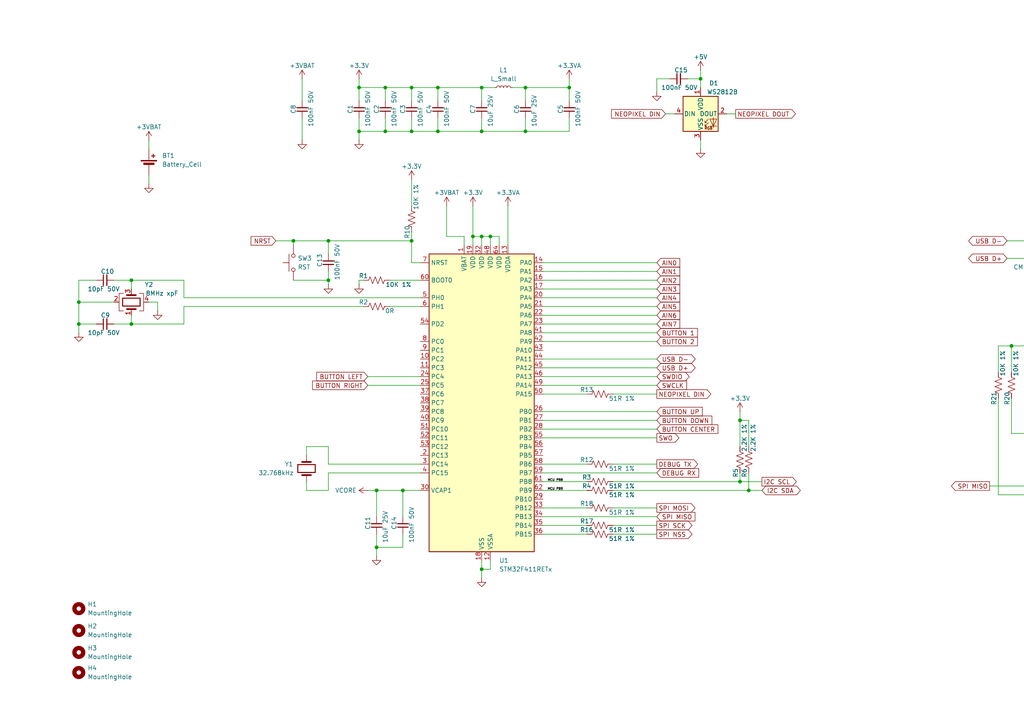
<source format=kicad_sch>
(kicad_sch (version 20231120) (generator "eeschema") (generator_version "8.0")
  (paper "A4")
  (title_block (title "STM32 EXPLORER BOARD") (date "2024-04-26") (rev "00") (company "Mechatronix Lab") (comment 1 "Eng. André A. M. Araújo"))
  (junction (at 111.76 25.4))
  (junction (at 214.63 139.7))
  (junction (at 127 38.1))
  (junction (at 293.37 100.33))
  (junction (at 119.38 38.1))
  (junction (at 119.38 69.85))
  (junction (at 321.31 114.3))
  (junction (at 340.36 72.39))
  (junction (at 22.86 93.98))
  (junction (at 203.2 22.86))
  (junction (at 95.25 69.85))
  (junction (at 95.25 81.28))
  (junction (at 139.7 165.1))
  (junction (at 22.86 295.91))
  (junction (at 139.7 68.58))
  (junction (at 152.4 25.4))
  (junction (at 104.14 38.1))
  (junction (at 85.09 69.85))
  (junction (at 139.7 25.4))
  (junction (at 152.4 38.1))
  (junction (at 138.43 233.68))
  (junction (at 111.76 38.1))
  (junction (at 353.06 71.12))
  (junction (at 353.06 73.66))
  (junction (at 119.38 25.4))
  (junction (at 38.1 81.28))
  (junction (at 109.22 158.75))
  (junction (at 321.31 107.95))
  (junction (at 214.63 121.92))
  (junction (at 165.1 25.4))
  (junction (at 109.22 142.24))
  (junction (at 142.24 68.58))
  (junction (at 33.02 285.75))
  (junction (at 302.26 114.3))
  (junction (at 161.29 233.68))
  (junction (at 127 25.4))
  (junction (at 321.31 100.33))
  (junction (at 137.16 68.58))
  (junction (at 22.86 87.63))
  (junction (at 217.17 142.24))
  (junction (at 320.04 50.8))
  (junction (at 139.7 38.1))
  (junction (at 38.1 93.98))
  (junction (at 104.14 25.4))
  (junction (at 116.84 142.24))
  (wire (pts (xy 353.06 68.58) (xy 353.06 71.12)))
  (wire (pts (xy 139.7 68.58) (xy 139.7 71.12)))
  (wire (pts (xy 279.4 245.11) (xy 279.4 243.84)))
  (wire (pts (xy 104.14 34.29) (xy 104.14 38.1)))
  (wire (pts (xy 139.7 165.1) (xy 142.24 165.1)))
  (wire (pts (xy 138.43 233.68) (xy 140.97 233.68)))
  (wire (pts (xy 190.5 154.94) (xy 177.8 154.94)))
  (wire (pts (xy 217.17 142.24) (xy 220.98 142.24)))
  (wire (pts (xy 199.39 22.86) (xy 203.2 22.86)))
  (wire (pts (xy 95.25 137.16) (xy 121.92 137.16)))
  (wire (pts (xy 109.22 142.24) (xy 116.84 142.24)))
  (wire (pts (xy -2.54 250.19) (xy -16.51 250.19)))
  (wire (pts (xy 116.84 142.24) (xy 121.92 142.24)))
  (wire (pts (xy 190.5 86.36) (xy 157.48 86.36)))
  (wire (pts (xy 45.72 87.63) (xy 45.72 90.17)))
  (wire (pts (xy 321.31 114.3) (xy 321.31 107.95)))
  (wire (pts (xy 104.14 82.55) (xy 104.14 81.28)))
  (wire (pts (xy -2.54 247.65) (xy -16.51 247.65)))
  (wire (pts (xy 88.9 139.7) (xy 88.9 142.24)))
  (wire (pts (xy 138.43 231.14) (xy 138.43 233.68)))
  (wire (pts (xy 332.74 55.88) (xy 342.9 55.88)))
  (wire (pts (xy 161.29 246.38) (xy 161.29 248.92)))
  (wire (pts (xy -2.54 255.27) (xy -16.51 255.27)))
  (wire (pts (xy 139.7 34.29) (xy 139.7 38.1)))
  (wire (pts (xy 317.5 85.09) (xy 327.66 85.09)))
  (wire (pts (xy 116.84 154.94) (xy 116.84 158.75)))
  (wire (pts (xy 293.37 259.08) (xy 317.5 259.08)))
  (wire (pts (xy 142.24 162.56) (xy 142.24 165.1)))
  (wire (pts (xy 139.7 68.58) (xy 142.24 68.58)))
  (wire (pts (xy 190.5 88.9) (xy 157.48 88.9)))
  (wire (pts (xy 355.6 68.58) (xy 353.06 68.58)))
  (wire (pts (xy 342.9 85.09) (xy 342.9 73.66)))
  (wire (pts (xy 38.1 93.98) (xy 53.34 93.98)))
  (wire (pts (xy 157.48 139.7) (xy 170.18 139.7)))
  (wire (pts (xy 342.9 71.12) (xy 353.06 71.12)))
  (wire (pts (xy 190.5 91.44) (xy 157.48 91.44)))
  (wire (pts (xy 129.54 68.58) (xy 134.62 68.58)))
  (wire (pts (xy 38.1 93.98) (xy 38.1 91.44)))
  (wire (pts (xy 152.4 38.1) (xy 165.1 38.1)))
  (wire (pts (xy 22.86 93.98) (xy 22.86 96.52)))
  (wire (pts (xy 119.38 52.07) (xy 119.38 59.69)))
  (wire (pts (xy 109.22 142.24) (xy 109.22 149.86)))
  (wire (pts (xy 307.34 254) (xy 317.5 254)))
  (wire (pts (xy 165.1 25.4) (xy 165.1 29.21)))
  (wire (pts (xy 22.86 93.98) (xy 27.94 93.98)))
  (wire (pts (xy 104.14 25.4) (xy 111.76 25.4)))
  (wire (pts (xy 22.86 295.91) (xy 33.02 295.91)))
  (wire (pts (xy 113.03 81.28) (xy 121.92 81.28)))
  (wire (pts (xy 119.38 38.1) (xy 127 38.1)))
  (wire (pts (xy 127 34.29) (xy 127 38.1)))
  (wire (pts (xy 203.2 22.86) (xy 203.2 25.4)))
  (wire (pts (xy 355.6 55.88) (xy 353.06 55.88)))
  (wire (pts (xy 116.84 142.24) (xy 116.84 149.86)))
  (wire (pts (xy 293.37 107.95) (xy 293.37 100.33)))
  (wire (pts (xy 279.4 238.76) (xy 279.4 241.3)))
  (wire (pts (xy 127 38.1) (xy 139.7 38.1)))
  (wire (pts (xy 353.06 53.34) (xy 353.06 55.88)))
  (wire (pts (xy 190.5 147.32) (xy 177.8 147.32)))
  (wire (pts (xy 138.43 233.68) (xy 138.43 236.22)))
  (wire (pts (xy 307.34 246.38) (xy 317.5 246.38)))
  (wire (pts (xy 214.63 139.7) (xy 220.98 139.7)))
  (wire (pts (xy 317.5 114.3) (xy 321.31 114.3)))
  (wire (pts (xy 113.03 88.9) (xy 121.92 88.9)))
  (wire (pts (xy 340.36 50.8) (xy 340.36 72.39)))
  (wire (pts (xy 302.26 114.3) (xy 312.42 114.3)))
  (wire (pts (xy 353.06 71.12) (xy 355.6 71.12)))
  (wire (pts (xy 53.34 86.36) (xy 121.92 86.36)))
  (wire (pts (xy 33.02 93.98) (xy 38.1 93.98)))
  (wire (pts (xy 87.63 22.86) (xy 87.63 29.21)))
  (wire (pts (xy 157.48 104.14) (xy 190.5 104.14)))
  (wire (pts (xy 106.68 109.22) (xy 121.92 109.22)))
  (wire (pts (xy 321.31 138.43) (xy 321.31 149.86)))
  (wire (pts (xy 152.4 29.21) (xy 152.4 25.4)))
  (wire (pts (xy 214.63 121.92) (xy 217.17 121.92)))
  (wire (pts (xy 111.76 34.29) (xy 111.76 38.1)))
  (wire (pts (xy 289.56 115.57) (xy 289.56 143.51)))
  (wire (pts (xy 210.82 33.02) (xy 213.36 33.02)))
  (wire (pts (xy 157.48 99.06) (xy 190.5 99.06)))
  (wire (pts (xy 144.78 71.12) (xy 144.78 68.58)))
  (wire (pts (xy 106.68 111.76) (xy 121.92 111.76)))
  (wire (pts (xy 119.38 69.85) (xy 119.38 76.2)))
  (wire (pts (xy 129.54 59.69) (xy 129.54 68.58)))
  (wire (pts (xy 293.37 100.33) (xy 321.31 100.33)))
  (wire (pts (xy 121.92 76.2) (xy 119.38 76.2)))
  (wire (pts (xy 127 29.21) (xy 127 25.4)))
  (wire (pts (xy 342.9 73.66) (xy 353.06 73.66)))
  (wire (pts (xy 152.4 34.29) (xy 152.4 38.1)))
  (wire (pts (xy 321.31 107.95) (xy 321.31 100.33)))
  (wire (pts (xy 63.5 246.38) (xy 73.66 246.38)))
  (wire (pts (xy 22.86 295.91) (xy 22.86 298.45)))
  (wire (pts (xy 190.5 22.86) (xy 194.31 22.86)))
  (wire (pts (xy 22.86 293.37) (xy 22.86 295.91)))
  (wire (pts (xy 214.63 137.16) (xy 214.63 139.7)))
  (wire (pts (xy 85.09 81.28) (xy 95.25 81.28)))
  (wire (pts (xy 317.5 241.3) (xy 279.4 241.3)))
  (wire (pts (xy 139.7 38.1) (xy 152.4 38.1)))
  (wire (pts (xy 148.59 25.4) (xy 152.4 25.4)))
  (wire (pts (xy 332.74 62.23) (xy 332.74 55.88)))
  (wire (pts (xy 313.69 130.81) (xy 323.85 130.81)))
  (wire (pts (xy 43.18 50.8) (xy 43.18 53.34)))
  (wire (pts (xy 332.74 82.55) (xy 332.74 85.09)))
  (wire (pts (xy 119.38 34.29) (xy 119.38 38.1)))
  (wire (pts (xy 309.88 69.85) (xy 317.5 69.85)))
  (wire (pts (xy 157.48 137.16) (xy 190.5 137.16)))
  (wire (pts (xy 157.48 147.32) (xy 170.18 147.32)))
  (wire (pts (xy 53.34 254) (xy 53.34 256.54)))
  (wire (pts (xy 302.26 118.11) (xy 302.26 114.3)))
  (wire (pts (xy 157.48 134.62) (xy 170.18 134.62)))
  (wire (pts (xy 217.17 129.54) (xy 217.17 121.92)))
  (wire (pts (xy 320.04 46.99) (xy 320.04 50.8)))
  (wire (pts (xy 193.04 33.02) (xy 195.58 33.02)))
  (wire (pts (xy 320.04 50.8) (xy 327.66 50.8)))
  (wire (pts (xy 214.63 121.92) (xy 214.63 129.54)))
  (wire (pts (xy 321.31 133.35) (xy 321.31 114.3)))
  (wire (pts (xy 293.37 254) (xy 299.72 254)))
  (wire (pts (xy 340.36 72.39) (xy 340.36 80.01)))
  (wire (pts (xy 111.76 25.4) (xy 119.38 25.4)))
  (wire (pts (xy 320.04 50.8) (xy 320.04 72.39)))
  (wire (pts (xy 292.1 69.85) (xy 299.72 69.85)))
  (wire (pts (xy 157.48 142.24) (xy 170.18 142.24)))
  (wire (pts (xy 104.14 38.1) (xy 104.14 40.64)))
  (wire (pts (xy 95.25 142.24) (xy 95.25 137.16)))
  (wire (pts (xy 27.94 81.28) (xy 22.86 81.28)))
  (wire (pts (xy 119.38 25.4) (xy 127 25.4)))
  (wire (pts (xy 293.37 251.46) (xy 299.72 251.46)))
  (wire (pts (xy 217.17 137.16) (xy 217.17 142.24)))
  (wire (pts (xy 111.76 25.4) (xy 111.76 29.21)))
  (wire (pts (xy 95.25 78.74) (xy 95.25 81.28)))
  (wire (pts (xy 323.85 125.73) (xy 293.37 125.73)))
  (wire (pts (xy 147.32 59.69) (xy 147.32 71.12)))
  (wire (pts (xy 317.5 55.88) (xy 327.66 55.88)))
  (wire (pts (xy 161.29 231.14) (xy 161.29 233.68)))
  (wire (pts (xy 190.5 119.38) (xy 157.48 119.38)))
  (wire (pts (xy 134.62 68.58) (xy 134.62 71.12)))
  (wire (pts (xy 190.5 121.92) (xy 157.48 121.92)))
  (wire (pts (xy 38.1 81.28) (xy 38.1 83.82)))
  (wire (pts (xy 138.43 246.38) (xy 138.43 248.92)))
  (wire (pts (xy 190.5 26.67) (xy 190.5 22.86)))
  (wire (pts (xy 355.6 76.2) (xy 353.06 76.2)))
  (wire (pts (xy 22.86 81.28) (xy 22.86 87.63)))
  (wire (pts (xy 308.61 140.97) (xy 323.85 140.97)))
  (wire (pts (xy 157.48 111.76) (xy 190.5 111.76)))
  (wire (pts (xy 177.8 134.62) (xy 190.5 134.62)))
  (wire (pts (xy 327.66 82.55) (xy 327.66 85.09)))
  (wire (pts (xy 165.1 34.29) (xy 165.1 38.1)))
  (wire (pts (xy 43.18 87.63) (xy 45.72 87.63)))
  (wire (pts (xy 139.7 162.56) (xy 139.7 165.1)))
  (wire (pts (xy 177.8 114.3) (xy 190.5 114.3)))
  (wire (pts (xy 95.25 81.28) (xy 95.25 82.55)))
  (wire (pts (xy 104.14 38.1) (xy 111.76 38.1)))
  (wire (pts (xy 279.4 243.84) (xy 317.5 243.84)))
  (wire (pts (xy 157.48 127) (xy 190.5 127)))
  (wire (pts (xy 287.02 140.97) (xy 300.99 140.97)))
  (wire (pts (xy 95.25 69.85) (xy 119.38 69.85)))
  (wire (pts (xy 332.74 50.8) (xy 340.36 50.8)))
  (wire (pts (xy 190.5 78.74) (xy 157.48 78.74)))
  (wire (pts (xy 85.09 69.85) (xy 95.25 69.85)))
  (wire (pts (xy 292.1 74.93) (xy 299.72 74.93)))
  (wire (pts (xy 157.48 149.86) (xy 190.5 149.86)))
  (wire (pts (xy 157.48 154.94) (xy 170.18 154.94)))
  (wire (pts (xy 353.06 73.66) (xy 355.6 73.66)))
  (wire (pts (xy 293.37 125.73) (xy 293.37 115.57)))
  (wire (pts (xy 317.5 69.85) (xy 317.5 55.88)))
  (wire (pts (xy 190.5 124.46) (xy 157.48 124.46)))
  (wire (pts (xy 88.9 129.54) (xy 88.9 132.08)))
  (wire (pts (xy -2.54 257.81) (xy -16.51 257.81)))
  (wire (pts (xy 157.48 152.4) (xy 170.18 152.4)))
  (wire (pts (xy 332.74 85.09) (xy 342.9 85.09)))
  (wire (pts (xy 321.31 100.33) (xy 321.31 97.79)))
  (wire (pts (xy 109.22 158.75) (xy 116.84 158.75)))
  (wire (pts (xy 33.02 283.21) (xy 33.02 285.75)))
  (wire (pts (xy 190.5 152.4) (xy 177.8 152.4)))
  (wire (pts (xy 177.8 142.24) (xy 217.17 142.24)))
  (wire (pts (xy 161.29 215.9) (xy 161.29 223.52)))
  (wire (pts (xy 53.34 81.28) (xy 53.34 86.36)))
  (wire (pts (xy 33.02 285.75) (xy 33.02 288.29)))
  (wire (pts (xy 119.38 67.31) (xy 119.38 69.85)))
  (wire (pts (xy 104.14 81.28) (xy 105.41 81.28)))
  (wire (pts (xy 22.86 87.63) (xy 33.02 87.63)))
  (wire (pts (xy 190.5 81.28) (xy 157.48 81.28)))
  (wire (pts (xy 142.24 71.12) (xy 142.24 68.58)))
  (wire (pts (xy 33.02 293.37) (xy 33.02 295.91)))
  (wire (pts (xy 104.14 25.4) (xy 104.14 29.21)))
  (wire (pts (xy 119.38 25.4) (xy 119.38 29.21)))
  (wire (pts (xy 293.37 264.16) (xy 317.5 264.16)))
  (wire (pts (xy 302.26 114.3) (xy 302.26 107.95)))
  (wire (pts (xy 137.16 68.58) (xy 137.16 71.12)))
  (wire (pts (xy 370.84 93.98) (xy 370.84 96.52)))
  (wire (pts (xy 307.34 251.46) (xy 317.5 251.46)))
  (wire (pts (xy 137.16 59.69) (xy 137.16 68.58)))
  (wire (pts (xy 161.29 233.68) (xy 163.83 233.68)))
  (wire (pts (xy 302.26 107.95) (xy 306.07 107.95)))
  (wire (pts (xy 30.48 285.75) (xy 33.02 285.75)))
  (wire (pts (xy 289.56 107.95) (xy 289.56 100.33)))
  (wire (pts (xy 353.06 73.66) (xy 353.06 76.2)))
  (wire (pts (xy 22.86 87.63) (xy 22.86 93.98)))
  (wire (pts (xy 138.43 215.9) (xy 138.43 223.52)))
  (wire (pts (xy 293.37 256.54) (xy 317.5 256.54)))
  (wire (pts (xy 289.56 100.33) (xy 293.37 100.33)))
  (wire (pts (xy 63.5 243.84) (xy 73.66 243.84)))
  (wire (pts (xy 157.48 109.22) (xy 190.5 109.22)))
  (wire (pts (xy 139.7 25.4) (xy 143.51 25.4)))
  (wire (pts (xy 190.5 93.98) (xy 157.48 93.98)))
  (wire (pts (xy 142.24 68.58) (xy 144.78 68.58)))
  (wire (pts (xy 293.37 261.62) (xy 317.5 261.62)))
  (wire (pts (xy 307.34 248.92) (xy 317.5 248.92)))
  (wire (pts (xy 109.22 158.75) (xy 109.22 161.29)))
  (wire (pts (xy 88.9 129.54) (xy 95.25 129.54)))
  (wire (pts (xy 309.88 74.93) (xy 317.5 74.93)))
  (wire (pts (xy 165.1 25.4) (xy 165.1 22.86)))
  (wire (pts (xy -2.54 252.73) (xy -16.51 252.73)))
  (wire (pts (xy 323.85 133.35) (xy 321.31 133.35)))
  (wire (pts (xy 95.25 134.62) (xy 121.92 134.62)))
  (wire (pts (xy 327.66 55.88) (xy 327.66 62.23)))
  (wire (pts (xy 157.48 106.68) (xy 190.5 106.68)))
  (wire (pts (xy -2.54 242.57) (xy -16.51 242.57)))
  (wire (pts (xy 53.34 88.9) (xy 105.41 88.9)))
  (wire (pts (xy 203.2 40.64) (xy 203.2 43.18)))
  (wire (pts (xy 43.18 40.64) (xy 43.18 43.18)))
  (wire (pts (xy 109.22 154.94) (xy 109.22 158.75)))
  (wire (pts (xy 53.34 228.6) (xy 53.34 231.14)))
  (wire (pts (xy 293.37 248.92) (xy 299.72 248.92)))
  (wire (pts (xy 127 25.4) (xy 139.7 25.4)))
  (wire (pts (xy 95.25 69.85) (xy 95.25 73.66)))
  (wire (pts (xy 152.4 25.4) (xy 165.1 25.4)))
  (wire (pts (xy 323.85 138.43) (xy 321.31 138.43)))
  (wire (pts (xy 95.25 129.54) (xy 95.25 134.62)))
  (wire (pts (xy 111.76 38.1) (xy 119.38 38.1)))
  (wire (pts (xy 80.01 69.85) (xy 85.09 69.85)))
  (wire (pts (xy 177.8 139.7) (xy 214.63 139.7)))
  (wire (pts (xy 190.5 76.2) (xy 157.48 76.2)))
  (wire (pts (xy 313.69 135.89) (xy 323.85 135.89)))
  (wire (pts (xy 161.29 233.68) (xy 161.29 236.22)))
  (wire (pts (xy -2.54 240.03) (xy -16.51 240.03)))
  (wire (pts (xy 313.69 128.27) (xy 323.85 128.27)))
  (wire (pts (xy 190.5 83.82) (xy 157.48 83.82)))
  (wire (pts (xy 85.09 69.85) (xy 85.09 71.12)))
  (wire (pts (xy 139.7 165.1) (xy 139.7 167.64)))
  (wire (pts (xy 157.48 114.3) (xy 170.18 114.3)))
  (wire (pts (xy 342.9 55.88) (xy 342.9 71.12)))
  (wire (pts (xy 33.02 81.28) (xy 38.1 81.28)))
  (wire (pts (xy 87.63 34.29) (xy 87.63 40.64)))
  (wire (pts (xy 106.68 142.24) (xy 109.22 142.24)))
  (wire (pts (xy 139.7 29.21) (xy 139.7 25.4)))
  (wire (pts (xy 38.1 81.28) (xy 53.34 81.28)))
  (wire (pts (xy 293.37 246.38) (xy 299.72 246.38)))
  (wire (pts (xy 139.7 68.58) (xy 137.16 68.58)))
  (wire (pts (xy 203.2 20.32) (xy 203.2 22.86)))
  (wire (pts (xy 289.56 143.51) (xy 323.85 143.51)))
  (wire (pts (xy 157.48 96.52) (xy 190.5 96.52)))
  (wire (pts (xy 88.9 142.24) (xy 95.25 142.24)))
  (wire (pts (xy 311.15 107.95) (xy 321.31 107.95)))
  (wire (pts (xy 53.34 88.9) (xy 53.34 93.98)))
  (wire (pts (xy 317.5 74.93) (xy 317.5 85.09)))
  (wire (pts (xy 104.14 22.86) (xy 104.14 25.4)))
  (wire (pts (xy -2.54 245.11) (xy -16.51 245.11)))
  (wire (pts (xy 214.63 119.38) (xy 214.63 121.92)))
  (label "MCU PB9" (at 158.75 142.24 0) (effects (font (size 0.635 0.635))))
  (label "MCU PB8" (at 158.75 139.7 0) (effects (font (size 0.635 0.635))))
  (global_label "NEOPIXEL DOUT" (shape input) (at 245.11 -15.24 180) (property "Intersheetrefs" "${INTERSHEET_REFS}" (effects (hide yes))))
  (global_label "SPI SCK" (shape output) (at 190.5 152.4 0) (property "Intersheetrefs" "${INTERSHEET_REFS}" (effects (hide yes))))
  (global_label "NEOPIXEL DOUT" (shape output) (at 213.36 33.02 0) (property "Intersheetrefs" "${INTERSHEET_REFS}" (effects (hide yes))))
  (global_label "DEBUG RX" (shape output) (at 293.37 259.08 180) (property "Intersheetrefs" "${INTERSHEET_REFS}" (effects (hide yes))))
  (global_label "DEBUG TX" (shape output) (at 190.5 134.62 0) (property "Intersheetrefs" "${INTERSHEET_REFS}" (effects (hide yes))))
  (global_label "SWO" (shape input) (at 293.37 251.46 180) (property "Intersheetrefs" "${INTERSHEET_REFS}" (effects (hide yes))))
  (global_label "AIN1" (shape input) (at 190.5 78.74 0) (property "Intersheetrefs" "${INTERSHEET_REFS}" (effects (hide yes))))
  (global_label "I2C SDA" (shape bidirectional) (at 293.37 264.16 180) (property "Intersheetrefs" "${INTERSHEET_REFS}" (effects (hide yes))))
  (global_label "AIN3" (shape input) (at 190.5 83.82 0) (property "Intersheetrefs" "${INTERSHEET_REFS}" (effects (hide yes))))
  (global_label "NEOPIXEL DIN" (shape output) (at 190.5 114.3 0) (property "Intersheetrefs" "${INTERSHEET_REFS}" (effects (hide yes))))
  (global_label "BUTTON DOWN" (shape input) (at 190.5 121.92 0) (property "Intersheetrefs" "${INTERSHEET_REFS}" (effects (hide yes))))
  (global_label "SPI MISO" (shape input) (at 190.5 149.86 0) (property "Intersheetrefs" "${INTERSHEET_REFS}" (effects (hide yes))))
  (global_label "BUTTON LEFT" (shape input) (at 106.68 109.22 180) (property "Intersheetrefs" "${INTERSHEET_REFS}" (effects (hide yes))))
  (global_label "USB D+" (shape bidirectional) (at 292.1 74.93 180) (property "Intersheetrefs" "${INTERSHEET_REFS}" (effects (hide yes))))
  (global_label "BUTTON 1" (shape output) (at 140.97 233.68 0) (property "Intersheetrefs" "${INTERSHEET_REFS}" (effects (hide yes))))
  (global_label "BUTTON DOWN" (shape output) (at 38.1 340.36 0) (property "Intersheetrefs" "${INTERSHEET_REFS}" (effects (hide yes))))
  (global_label "BUTTON 1" (shape input) (at 190.5 96.52 0) (property "Intersheetrefs" "${INTERSHEET_REFS}" (effects (hide yes))))
  (global_label "AIN6" (shape input) (at 190.5 91.44 0) (property "Intersheetrefs" "${INTERSHEET_REFS}" (effects (hide yes))))
  (global_label "NRST" (shape output) (at 293.37 254 180) (property "Intersheetrefs" "${INTERSHEET_REFS}" (effects (hide yes))))
  (global_label "SWDIO" (shape bidirectional) (at 293.37 248.92 180) (property "Intersheetrefs" "${INTERSHEET_REFS}" (effects (hide yes))))
  (global_label "AIN7" (shape output) (at -2.54 257.81 0) (property "Intersheetrefs" "${INTERSHEET_REFS}" (effects (hide yes))))
  (global_label "BUTTON CENTER" (shape input) (at 190.5 124.46 0) (property "Intersheetrefs" "${INTERSHEET_REFS}" (effects (hide yes))))
  (global_label "BUTTON 2" (shape input) (at 190.5 99.06 0) (property "Intersheetrefs" "${INTERSHEET_REFS}" (effects (hide yes))))
  (global_label "AIN4" (shape output) (at -2.54 250.19 0) (property "Intersheetrefs" "${INTERSHEET_REFS}" (effects (hide yes))))
  (global_label "SPI SCK" (shape input) (at 313.69 135.89 180) (property "Intersheetrefs" "${INTERSHEET_REFS}" (effects (hide yes))))
  (global_label "BUTTON RIGHT" (shape input) (at 106.68 111.76 180) (property "Intersheetrefs" "${INTERSHEET_REFS}" (effects (hide yes))))
  (global_label "NRST" (shape input) (at 80.01 69.85 180) (property "Intersheetrefs" "${INTERSHEET_REFS}" (effects (hide yes))))
  (global_label "AIN2" (shape input) (at 190.5 81.28 0) (property "Intersheetrefs" "${INTERSHEET_REFS}" (effects (hide yes))))
  (global_label "SPI NSS" (shape input) (at 313.69 128.27 180) (property "Intersheetrefs" "${INTERSHEET_REFS}" (effects (hide yes))))
  (global_label "USB D-" (shape bidirectional) (at 292.1 69.85 180) (property "Intersheetrefs" "${INTERSHEET_REFS}" (effects (hide yes))))
  (global_label "I2C SDA" (shape bidirectional) (at 73.66 246.38 0) (property "Intersheetrefs" "${INTERSHEET_REFS}" (effects (hide yes))))
  (global_label "SPI MOSI" (shape input) (at 313.69 130.81 180) (property "Intersheetrefs" "${INTERSHEET_REFS}" (effects (hide yes))))
  (global_label "BUTTON UP" (shape output) (at 38.1 337.82 0) (property "Intersheetrefs" "${INTERSHEET_REFS}" (effects (hide yes))))
  (global_label "BUTTON 2" (shape output) (at 163.83 233.68 0) (property "Intersheetrefs" "${INTERSHEET_REFS}" (effects (hide yes))))
  (global_label "AIN7" (shape input) (at 190.5 93.98 0) (property "Intersheetrefs" "${INTERSHEET_REFS}" (effects (hide yes))))
  (global_label "AIN5" (shape input) (at 190.5 88.9 0) (property "Intersheetrefs" "${INTERSHEET_REFS}" (effects (hide yes))))
  (global_label "AIN2" (shape output) (at -2.54 245.11 0) (property "Intersheetrefs" "${INTERSHEET_REFS}" (effects (hide yes))))
  (global_label "SWO" (shape output) (at 190.5 127 0) (property "Intersheetrefs" "${INTERSHEET_REFS}" (effects (hide yes))))
  (global_label "SWCLK" (shape output) (at 293.37 246.38 180) (property "Intersheetrefs" "${INTERSHEET_REFS}" (effects (hide yes))))
  (global_label "I2C SDA" (shape bidirectional) (at 220.98 142.24 0) (property "Intersheetrefs" "${INTERSHEET_REFS}" (effects (hide yes))))
  (global_label "AIN0" (shape output) (at -2.54 240.03 0) (property "Intersheetrefs" "${INTERSHEET_REFS}" (effects (hide yes))))
  (global_label "AIN4" (shape input) (at 190.5 86.36 0) (property "Intersheetrefs" "${INTERSHEET_REFS}" (effects (hide yes))))
  (global_label "SWCLK" (shape input) (at 190.5 111.76 0) (property "Intersheetrefs" "${INTERSHEET_REFS}" (effects (hide yes))))
  (global_label "SPI NSS" (shape output) (at 190.5 154.94 0) (property "Intersheetrefs" "${INTERSHEET_REFS}" (effects (hide yes))))
  (global_label "AIN0" (shape input) (at 190.5 76.2 0) (property "Intersheetrefs" "${INTERSHEET_REFS}" (effects (hide yes))))
  (global_label "DEBUG RX" (shape input) (at 190.5 137.16 0) (property "Intersheetrefs" "${INTERSHEET_REFS}" (effects (hide yes))))
  (global_label "I2C SCL" (shape output) (at 220.98 139.7 0) (property "Intersheetrefs" "${INTERSHEET_REFS}" (effects (hide yes))))
  (global_label "AIN1" (shape output) (at -2.54 242.57 0) (property "Intersheetrefs" "${INTERSHEET_REFS}" (effects (hide yes))))
  (global_label "SWDIO" (shape bidirectional) (at 190.5 109.22 0) (property "Intersheetrefs" "${INTERSHEET_REFS}" (effects (hide yes))))
  (global_label "SPI MOSI" (shape output) (at 190.5 147.32 0) (property "Intersheetrefs" "${INTERSHEET_REFS}" (effects (hide yes))))
  (global_label "DEBUG TX" (shape input) (at 293.37 256.54 180) (property "Intersheetrefs" "${INTERSHEET_REFS}" (effects (hide yes))))
  (global_label "USB D-" (shape bidirectional) (at 190.5 104.14 0) (property "Intersheetrefs" "${INTERSHEET_REFS}" (effects (hide yes))))
  (global_label "BUTTON RIGHT" (shape output) (at 38.1 345.44 0) (property "Intersheetrefs" "${INTERSHEET_REFS}" (effects (hide yes))))
  (global_label "NEOPIXEL DIN" (shape input) (at 193.04 33.02 180) (property "Intersheetrefs" "${INTERSHEET_REFS}" (effects (hide yes))))
  (global_label "BUTTON LEFT" (shape output) (at 38.1 342.9 0) (property "Intersheetrefs" "${INTERSHEET_REFS}" (effects (hide yes))))
  (global_label "I2C SCL" (shape input) (at 73.66 243.84 0) (property "Intersheetrefs" "${INTERSHEET_REFS}" (effects (hide yes))))
  (global_label "I2C SCL" (shape input) (at 293.37 261.62 180) (property "Intersheetrefs" "${INTERSHEET_REFS}" (effects (hide yes))))
  (global_label "BUTTON UP" (shape input) (at 190.5 119.38 0) (property "Intersheetrefs" "${INTERSHEET_REFS}" (effects (hide yes))))
  (global_label "AIN5" (shape output) (at -2.54 252.73 0) (property "Intersheetrefs" "${INTERSHEET_REFS}" (effects (hide yes))))
  (global_label "AIN6" (shape output) (at -2.54 255.27 0) (property "Intersheetrefs" "${INTERSHEET_REFS}" (effects (hide yes))))
  (global_label "AIN3" (shape output) (at -2.54 247.65 0) (property "Intersheetrefs" "${INTERSHEET_REFS}" (effects (hide yes))))
  (global_label "USB D+" (shape bidirectional) (at 190.5 106.68 0) (property "Intersheetrefs" "${INTERSHEET_REFS}" (effects (hide yes))))
  (global_label "BUTTON CENTER" (shape output) (at 38.1 347.98 0) (property "Intersheetrefs" "${INTERSHEET_REFS}" (effects (hide yes))))
  (global_label "SPI MISO" (shape output) (at 287.02 140.97 180) (property "Intersheetrefs" "${INTERSHEET_REFS}" (effects (hide yes))))
  (symbol (lib_id "Mechanical:MountingHole") (at 22.86 176.53 0) (unit 1)
    (property "Reference" "H1" (at 25.4 175.2599 0) (effects (justify left)))
    (property "Value" "MountingHole" (at 25.4 177.7999 0) (effects (justify left)))
    (property "Footprint" "MountingHole:MountingHole_3.2mm_M3" (effects (hide yes)))
    (property "Description" "Mounting Hole without connection" (effects (hide yes)))
  )
  (symbol (lib_id "power:GND") (at 321.31 149.86 0) (unit 1)
    (property "Reference" "#PWR038" (effects (hide yes)))
    (property "Value" "GND" (effects (hide yes)))
    (property "Description" "Power symbol creates a global label with name \"GND\" , ground" (effects (hide yes)))
  )
  (symbol (lib_id "power:GND") (at 87.63 40.64 0) (unit 1)
    (property "Reference" "#PWR011" (effects (hide yes)))
    (property "Value" "GND" (effects (hide yes)))
    (property "Description" "Power symbol creates a global label with name \"GND\" , ground" (effects (hide yes)))
  )
  (symbol (lib_id "Analog_ADC:ADS1115IDGS") (at 53.34 243.84 0) (unit 1)
    (property "Reference" "U2" (at 55.5341 228.6 0) (effects (justify left)))
    (property "Value" "ADS1115IDGS" (at 55.5341 231.14 0) (effects (justify left)))
    (property "Footprint" "Package_SO:TSSOP-10_3x3mm_P0.5mm" (effects (hide yes)))
    (property "Datasheet" "http://www.ti.com/lit/ds/symlink/ads1113.pdf" (effects (hide yes)))
    (property "Description" "Ultra-Small, Low-Power, I2C-Compatible, 860-SPS, 16-Bit ADCs With Internal Reference, Oscillator, and Programmable Comparator, VSSOP-10" (effects (hide yes)))
  )
  (symbol (lib_id "Device:R_US") (at 303.53 248.92 90) (unit 1)
    (property "Reference" "R8" (at 299.72 247.65 90))
    (property "Value" "51R 1%" (at 309.88 250.19 90))
    (property "Footprint" "Resistor_SMD:R_0603_1608Metric_Pad0.98x0.95mm_HandSolder" (effects (hide yes)))
    (property "Description" "Resistor, US symbol" (effects (hide yes)))
  )
  (symbol (lib_id "power:GND") (at 370.84 96.52 0) (unit 1)
    (property "Reference" "#PWR036" (effects (hide yes)))
    (property "Value" "GND" (effects (hide yes)))
    (property "Description" "Power symbol creates a global label with name \"GND\" , ground" (effects (hide yes)))
  )
  (symbol (lib_id "Device:Battery_Cell") (at 43.18 48.26 0) (unit 1)
    (property "Reference" "BT1" (at 46.99 45.1484 0) (effects (justify left)))
    (property "Value" "Battery_Cell" (at 46.99 47.6884 0) (effects (justify left)))
    (property "Footprint" "Battery:BatteryHolder_Multicomp_BC-2001_1x2032" (effects (hide yes)))
    (property "Description" "Single-cell battery" (effects (hide yes)))
  )
  (symbol (lib_id "Device:R_US") (at 214.63 133.35 180) (unit 1)
    (property "Reference" "R5" (at 213.36 137.16 90))
    (property "Value" "2.2K 1%" (at 215.9 127 90))
    (property "Footprint" "Resistor_SMD:R_0603_1608Metric_Pad0.98x0.95mm_HandSolder" (effects (hide yes)))
    (property "Description" "Resistor, US symbol" (effects (hide yes)))
  )
  (symbol (lib_id "Switch:SW_Push") (at 161.29 241.3 90) (unit 1)
    (property "Reference" "SW2" (at 162.56 240.0299 90) (effects (justify right)))
    (property "Value" "SW_Push" (at 162.56 242.5699 90) (effects (justify right)))
    (property "Footprint" "Button_Switch_SMD:SW_SPST_CK_KXT3" (effects (hide yes)))
    (property "Description" "Push button switch, generic, two pins" (effects (hide yes)))
  )
  (symbol (lib_id "Amplifier_Operational:LM324") (at 110.49 284.48 0) (unit 2)
    (property "Reference" "U3" (at 110.49 274.32 0))
    (property "Value" "LM324" (at 110.49 276.86 0))
    (property "Footprint" "Package_SO:TSSOP-14_4.4x5mm_P0.65mm" (effects (hide yes)))
    (property "Datasheet" "http://www.ti.com/lit/ds/symlink/lm2902-n.pdf" (effects (hide yes)))
    (property "Description" "Low-Power, Quad-Operational Amplifiers, DIP-14/SOIC-14/SSOP-14" (effects (hide yes)))
  )
  (symbol (lib_id "Device:R_US") (at 293.37 111.76 180) (unit 1)
    (property "Reference" "R20" (at 292.1 115.57 90))
    (property "Value" "10K 1%" (at 294.64 105.41 90))
    (property "Footprint" "Resistor_SMD:R_0603_1608Metric_Pad0.98x0.95mm_HandSolder" (effects (hide yes)))
    (property "Description" "Resistor, US symbol" (effects (hide yes)))
  )
  (symbol (lib_id "power:GND") (at 302.26 118.11 0) (unit 1)
    (property "Reference" "#PWR039" (effects (hide yes)))
    (property "Value" "GND" (effects (hide yes)))
    (property "Description" "Power symbol creates a global label with name \"GND\" , ground" (effects (hide yes)))
  )
  (symbol (lib_id "Device:C_Small") (at 165.1 31.75 180) (unit 1)
    (property "Reference" "C5" (at 162.56 33.02 90) (effects (justify right)))
    (property "Value" "100nF 50V" (at 167.64 36.83 90) (effects (justify right)))
    (property "Footprint" "Capacitor_SMD:C_0603_1608Metric_Pad1.08x0.95mm_HandSolder" (effects (hide yes)))
    (property "Description" "Unpolarized capacitor, small symbol" (effects (hide yes)))
  )
  (symbol (lib_id "power:GND") (at 43.18 53.34 0) (unit 1)
    (property "Reference" "#PWR09" (effects (hide yes)))
    (property "Value" "GND" (effects (hide yes)))
    (property "Description" "Power symbol creates a global label with name \"GND\" , ground" (effects (hide yes)))
  )
  (symbol (lib_id "Device:R_US") (at 119.38 63.5 180) (unit 1)
    (property "Reference" "R10" (at 118.11 67.31 90))
    (property "Value" "10K 1%" (at 120.65 57.15 90))
    (property "Footprint" "Resistor_SMD:R_0603_1608Metric_Pad0.98x0.95mm_HandSolder" (effects (hide yes)))
    (property "Description" "Resistor, US symbol" (effects (hide yes)))
  )
  (symbol (lib_id "Device:C_Small") (at 119.38 31.75 180) (unit 1)
    (property "Reference" "C3" (at 116.84 33.02 90) (effects (justify right)))
    (property "Value" "100nF 50V" (at 121.92 36.83 90) (effects (justify right)))
    (property "Footprint" "Capacitor_SMD:C_0603_1608Metric_Pad1.08x0.95mm_HandSolder" (effects (hide yes)))
    (property "Description" "Unpolarized capacitor, small symbol" (effects (hide yes)))
  )
  (symbol (lib_id "Device:R_US") (at 304.8 140.97 90) (unit 1)
    (property "Reference" "R19" (at 300.99 139.7 90))
    (property "Value" "51R 1%" (at 311.15 142.24 90))
    (property "Footprint" "Resistor_SMD:R_0603_1608Metric_Pad0.98x0.95mm_HandSolder" (effects (hide yes)))
    (property "Description" "Resistor, US symbol" (effects (hide yes)))
  )
  (symbol (lib_id "Device:R_US") (at 109.22 81.28 90) (unit 1)
    (property "Reference" "R1" (at 105.41 80.01 90))
    (property "Value" "10K 1%" (at 115.57 82.55 90))
    (property "Footprint" "Resistor_SMD:R_0603_1608Metric_Pad0.98x0.95mm_HandSolder" (effects (hide yes)))
    (property "Description" "Resistor, US symbol" (effects (hide yes)))
  )
  (symbol (lib_id "Device:C_Small") (at 152.4 31.75 180) (unit 1)
    (property "Reference" "C6" (at 149.86 33.02 90) (effects (justify right)))
    (property "Value" "10uF 25V" (at 154.94 36.83 90) (effects (justify right)))
    (property "Footprint" "Capacitor_SMD:C_0805_2012Metric_Pad1.18x1.45mm_HandSolder" (effects (hide yes)))
    (property "Description" "Unpolarized capacitor, small symbol" (effects (hide yes)))
  )
  (symbol (lib_id "Connector:Barrel_Jack_Switch") (at 24.13 -29.21 0) (unit 1)
    (property "Reference" "J5" (at 24.13 -38.1 0))
    (property "Value" "Jack-DC" (at 24.13 -35.56 0))
    (property "Footprint" "Connector_BarrelJack:BarrelJack_GCT_DCJ200-10-A_Horizontal" (effects (hide yes)))
    (property "Description" "DC Barrel Jack with an internal switch" (effects (hide yes)))
  )
  (symbol (lib_id "Device:R_US") (at 303.53 251.46 90) (unit 1)
    (property "Reference" "R9" (at 299.72 250.19 90))
    (property "Value" "51R 1%" (at 309.88 252.73 90))
    (property "Footprint" "Resistor_SMD:R_0603_1608Metric_Pad0.98x0.95mm_HandSolder" (effects (hide yes)))
    (property "Description" "Resistor, US symbol" (effects (hide yes)))
  )
  (symbol (lib_id "Device:C_Small") (at 116.84 152.4 180) (unit 1)
    (property "Reference" "C14" (at 114.3 153.67 90) (effects (justify right)))
    (property "Value" "100nF 50V" (at 119.38 157.48 90) (effects (justify right)))
    (property "Footprint" "Capacitor_SMD:C_0603_1608Metric_Pad1.08x0.95mm_HandSolder" (effects (hide yes)))
    (property "Description" "Unpolarized capacitor, small symbol" (effects (hide yes)))
  )
  (symbol (lib_id "Device:R_US") (at 217.17 133.35 180) (unit 1)
    (property "Reference" "R6" (at 215.9 137.16 90))
    (property "Value" "2.2K 1%" (at 218.44 127 90))
    (property "Footprint" "Resistor_SMD:R_0603_1608Metric_Pad0.98x0.95mm_HandSolder" (effects (hide yes)))
    (property "Description" "Resistor, US symbol" (effects (hide yes)))
  )
  (symbol (lib_id "Device:C_Small") (at 111.76 31.75 180) (unit 1)
    (property "Reference" "C2" (at 109.22 33.02 90) (effects (justify right)))
    (property "Value" "100nF 50V" (at 114.3 36.83 90) (effects (justify right)))
    (property "Footprint" "Capacitor_SMD:C_0603_1608Metric_Pad1.08x0.95mm_HandSolder" (effects (hide yes)))
    (property "Description" "Unpolarized capacitor, small symbol" (effects (hide yes)))
  )
  (symbol (lib_id "power:VCC") (at 147.32 59.69 0) (unit 1)
    (property "Reference" "#PWR03" (effects (hide yes)))
    (property "Value" "+3.3VA" (at 147.32 55.88 0))
    (property "Description" "Power symbol creates a global label with name \"VCC\"" (effects (hide yes)))
  )
  (symbol (lib_id "Device:C_Small") (at 30.48 93.98 90) (unit 1)
    (property "Reference" "C9" (at 29.21 91.44 90) (effects (justify right)))
    (property "Value" "10pF 50V" (at 25.4 96.52 90) (effects (justify right)))
    (property "Footprint" "Capacitor_SMD:C_0603_1608Metric_Pad1.08x0.95mm_HandSolder" (effects (hide yes)))
    (property "Description" "Unpolarized capacitor, small symbol" (effects (hide yes)))
  )
  (symbol (lib_id "power:GND") (at 53.34 256.54 0) (unit 1)
    (property "Reference" "#PWR018" (effects (hide yes)))
    (property "Value" "GND" (effects (hide yes)))
    (property "Description" "Power symbol creates a global label with name \"GND\" , ground" (effects (hide yes)))
  )
  (symbol (lib_id "power:GND") (at 95.25 82.55 0) (unit 1)
    (property "Reference" "#PWR025" (effects (hide yes)))
    (property "Value" "GND" (effects (hide yes)))
    (property "Description" "Power symbol creates a global label with name \"GND\" , ground" (effects (hide yes)))
  )
  (symbol (lib_id "Device:R_US") (at 161.29 227.33 180) (unit 1)
    (property "Reference" "R15" (at 160.02 231.14 90))
    (property "Value" "10K 1%" (at 162.56 220.98 90))
    (property "Footprint" "Resistor_SMD:R_0603_1608Metric_Pad0.98x0.95mm_HandSolder" (effects (hide yes)))
    (property "Description" "Resistor, US symbol" (effects (hide yes)))
  )
  (symbol (lib_id "Device:R_US") (at 109.22 88.9 90) (unit 1)
    (property "Reference" "R2" (at 105.41 87.63 90))
    (property "Value" "0R" (at 113.03 90.17 90))
    (property "Footprint" "Resistor_SMD:R_0603_1608Metric_Pad0.98x0.95mm_HandSolder" (effects (hide yes)))
    (property "Description" "Resistor, US symbol" (effects (hide yes)))
  )
  (symbol (lib_id "Connector:Micro_SD_Card") (at 346.71 133.35 0) (unit 1)
    (property "Reference" "J2" (at 347.345 114.3 0))
    (property "Value" "Micro_SD_Card" (at 347.345 116.84 0))
    (property "Footprint" "Connector_Card:microSD_HC_Wuerth_693072010801" (effects (hide yes)))
    (property "Datasheet" "http://katalog.we-online.de/em/datasheet/693072010801.pdf" (effects (hide yes)))
    (property "Description" "Micro SD Card Socket" (effects (hide yes)))
  )
  (symbol (lib_id "power:VCC") (at 33.02 283.21 0) (unit 1)
    (property "Reference" "#PWR023" (effects (hide yes)))
    (property "Value" "+3.3V" (at 33.02 279.4 0))
    (property "Description" "Power symbol creates a global label with name \"VCC\"" (effects (hide yes)))
  )
  (symbol (lib_id "Device:C_Small") (at 308.61 107.95 90) (unit 1)
    (property "Reference" "C17" (at 307.34 105.41 90) (effects (justify right)))
    (property "Value" "10uF 25V" (at 303.53 110.49 90) (effects (justify right)))
    (property "Footprint" "Capacitor_SMD:C_0805_2012Metric_Pad1.18x1.45mm_HandSolder" (effects (hide yes)))
    (property "Description" "Unpolarized capacitor, small symbol" (effects (hide yes)))
  )
  (symbol (lib_id "Switch:SW_Push") (at 85.09 76.2 90) (unit 1)
    (property "Reference" "SW3" (at 86.36 74.9299 90) (effects (justify right)))
    (property "Value" "RST" (at 86.36 77.4699 90) (effects (justify right)))
    (property "Footprint" "Button_Switch_SMD:SW_SPST_CK_KXT3" (effects (hide yes)))
    (property "Description" "Push button switch, generic, two pins" (effects (hide yes)))
  )
  (symbol (lib_id "Device:R_US") (at 303.53 254 90) (unit 1)
    (property "Reference" "R11" (at 299.72 252.73 90))
    (property "Value" "51R 1%" (at 309.88 255.27 90))
    (property "Footprint" "Resistor_SMD:R_0603_1608Metric_Pad0.98x0.95mm_HandSolder" (effects (hide yes)))
    (property "Description" "Resistor, US symbol" (effects (hide yes)))
  )
  (symbol (lib_id "Amplifier_Operational:LM324") (at 130.81 295.91 0) (unit 3)
    (property "Reference" "U3" (at 130.81 285.75 0))
    (property "Value" "LM324" (at 130.81 288.29 0))
    (property "Footprint" "Package_SO:TSSOP-14_4.4x5mm_P0.65mm" (effects (hide yes)))
    (property "Datasheet" "http://www.ti.com/lit/ds/symlink/lm2902-n.pdf" (effects (hide yes)))
    (property "Description" "Low-Power, Quad-Operational Amplifiers, DIP-14/SOIC-14/SSOP-14" (effects (hide yes)))
  )
  (symbol (lib_id "Device:C_Small") (at 127 31.75 180) (unit 1)
    (property "Reference" "C4" (at 124.46 33.02 90) (effects (justify right)))
    (property "Value" "100nF 50V" (at 129.54 36.83 90) (effects (justify right)))
    (property "Footprint" "Capacitor_SMD:C_0603_1608Metric_Pad1.08x0.95mm_HandSolder" (effects (hide yes)))
    (property "Description" "Unpolarized capacitor, small symbol" (effects (hide yes)))
  )
  (symbol (lib_id "Connector:USB_C_Receptacle_USB2.0_16P") (at 370.84 71.12 0) (mirror y) (unit 1)
    (property "Reference" "J1" (at 370.84 52.07 0))
    (property "Value" "USB_C_Receptacle_USB2.0_16P" (at 383.54 71.12 90))
    (property "Footprint" "Connector_USB:USB_C_Receptacle_G-Switch_GT-USB-7010ASV" (effects (hide yes)))
    (property "Datasheet" "https://www.usb.org/sites/default/files/documents/usb_type-c.zip" (effects (hide yes)))
    (property "Description" "USB 2.0-only 16P Type-C Receptacle connector" (effects (hide yes)))
  )
  (symbol (lib_id "power:GND") (at 279.4 245.11 0) (unit 1)
    (property "Reference" "#PWR021" (effects (hide yes)))
    (property "Value" "GND" (effects (hide yes)))
    (property "Description" "Power symbol creates a global label with name \"GND\" , ground" (effects (hide yes)))
  )
  (symbol (lib_id "Device:R_US") (at 173.99 154.94 90) (unit 1)
    (property "Reference" "R16" (at 170.18 153.67 90))
    (property "Value" "51R 1%" (at 180.34 156.21 90))
    (property "Footprint" "Resistor_SMD:R_0603_1608Metric_Pad0.98x0.95mm_HandSolder" (effects (hide yes)))
    (property "Description" "Resistor, US symbol" (effects (hide yes)))
  )
  (symbol (lib_id "Mechanical:MountingHole") (at 22.86 182.88 0) (unit 1)
    (property "Reference" "H2" (at 25.4 181.6099 0) (effects (justify left)))
    (property "Value" "MountingHole" (at 25.4 184.1499 0) (effects (justify left)))
    (property "Footprint" "MountingHole:MountingHole_3.2mm_M3" (effects (hide yes)))
    (property "Description" "Mounting Hole without connection" (effects (hide yes)))
  )
  (symbol (lib_id "power:VCC") (at 138.43 215.9 0) (unit 1)
    (property "Reference" "#PWR031" (effects (hide yes)))
    (property "Value" "+3.3V" (at 138.43 212.09 0))
    (property "Description" "Power symbol creates a global label with name \"VCC\"" (effects (hide yes)))
  )
  (symbol (lib_id "power:VCC") (at 203.2 20.32 0) (unit 1)
    (property "Reference" "#PWR026" (effects (hide yes)))
    (property "Value" "+5V" (at 203.2 16.51 0))
    (property "Description" "Power symbol creates a global label with name \"VCC\"" (effects (hide yes)))
  )
  (symbol (lib_id "Device:R_US") (at 289.56 111.76 180) (unit 1)
    (property "Reference" "R21" (at 288.29 115.57 90))
    (property "Value" "10K 1%" (at 290.83 105.41 90))
    (property "Footprint" "Resistor_SMD:R_0603_1608Metric_Pad0.98x0.95mm_HandSolder" (effects (hide yes)))
    (property "Description" "Resistor, US symbol" (effects (hide yes)))
  )
  (symbol (lib_id "power:VCC") (at 165.1 22.86 0) (unit 1)
    (property "Reference" "#PWR07" (effects (hide yes)))
    (property "Value" "+3.3VA" (at 165.1 19.05 0))
    (property "Description" "Power symbol creates a global label with name \"VCC\"" (effects (hide yes)))
  )
  (symbol (lib_id "power:GND") (at 340.36 80.01 0) (unit 1)
    (property "Reference" "#PWR033" (effects (hide yes)))
    (property "Value" "GND" (effects (hide yes)))
    (property "Description" "Power symbol creates a global label with name \"GND\" , ground" (effects (hide yes)))
  )
  (symbol (lib_id "power:GND") (at 139.7 167.64 0) (unit 1)
    (property "Reference" "#PWR01" (effects (hide yes)))
    (property "Value" "GND" (effects (hide yes)))
    (property "Description" "Power symbol creates a global label with name \"GND\" , ground" (effects (hide yes)))
  )
  (symbol (lib_id "power:VCC") (at 104.14 22.86 0) (unit 1)
    (property "Reference" "#PWR05" (effects (hide yes)))
    (property "Value" "+3.3V" (at 104.14 19.05 0))
    (property "Description" "Power symbol creates a global label with name \"VCC\"" (effects (hide yes)))
  )
  (symbol (lib_id "power:VCC") (at 214.63 119.38 0) (unit 1)
    (property "Reference" "#PWR017" (effects (hide yes)))
    (property "Value" "+3.3V" (at 214.63 115.57 0))
    (property "Description" "Power symbol creates a global label with name \"VCC\"" (effects (hide yes)))
  )
  (symbol (lib_id "Device:C_Small") (at 30.48 81.28 90) (unit 1)
    (property "Reference" "C10" (at 29.21 78.74 90) (effects (justify right)))
    (property "Value" "10pF 50V" (at 25.4 83.82 90) (effects (justify right)))
    (property "Footprint" "Capacitor_SMD:C_0603_1608Metric_Pad1.08x0.95mm_HandSolder" (effects (hide yes)))
    (property "Description" "Unpolarized capacitor, small symbol" (effects (hide yes)))
  )
  (symbol (lib_id "power:VCC") (at 119.38 52.07 0) (unit 1)
    (property "Reference" "#PWR024" (effects (hide yes)))
    (property "Value" "+3.3V" (at 119.38 48.26 0))
    (property "Description" "Power symbol creates a global label with name \"VCC\"" (effects (hide yes)))
  )
  (symbol (lib_id "Mechanical:MountingHole") (at 22.86 189.23 0) (unit 1)
    (property "Reference" "H3" (at 25.4 187.9599 0) (effects (justify left)))
    (property "Value" "MountingHole" (at 25.4 190.4999 0) (effects (justify left)))
    (property "Footprint" "MountingHole:MountingHole_3.2mm_M3" (effects (hide yes)))
    (property "Description" "Mounting Hole without connection" (effects (hide yes)))
  )
  (symbol (lib_id "power:VCC") (at 43.18 40.64 0) (unit 1)
    (property "Reference" "#PWR08" (effects (hide yes)))
    (property "Value" "+3VBAT" (at 43.18 36.83 0))
    (property "Description" "Power symbol creates a global label with name \"VCC\"" (effects (hide yes)))
  )
  (symbol (lib_id "Device:R_US") (at 303.53 246.38 90) (unit 1)
    (property "Reference" "R7" (at 299.72 245.11 90))
    (property "Value" "51R 1%" (at 309.88 247.65 90))
    (property "Footprint" "Resistor_SMD:R_0603_1608Metric_Pad0.98x0.95mm_HandSolder" (effects (hide yes)))
    (property "Description" "Resistor, US symbol" (effects (hide yes)))
  )
  (symbol (lib_id "Amplifier_Operational:LM324") (at 180.34 316.23 0) (unit 5)
    (property "Reference" "U3" (at 179.07 314.9599 0) (effects (justify left)))
    (property "Value" "LM324" (at 179.07 317.4999 0) (effects (justify left)))
    (property "Footprint" "Package_SO:TSSOP-14_4.4x5mm_P0.65mm" (effects (hide yes)))
    (property "Datasheet" "http://www.ti.com/lit/ds/symlink/lm2902-n.pdf" (effects (hide yes)))
    (property "Description" "Low-Power, Quad-Operational Amplifiers, DIP-14/SOIC-14/SSOP-14" (effects (hide yes)))
  )
  (symbol (lib_id "Connector:Conn_01x20_Socket") (at -21.59 257.81 0) (mirror y) (unit 1)
    (property "Reference" "J3" (at -24.13 257.8099 0) (effects (justify left)))
    (property "Value" "Conn_01x20_Socket" (at -24.13 260.3499 0) (effects (justify left)))
    (property "Footprint" "Connector_PinSocket_2.54mm:PinSocket_1x20_P2.54mm_Horizontal" (effects (hide yes)))
    (property "Description" "Generic connector, single row, 01x20, script generated" (effects (hide yes)))
  )
  (symbol (lib_id "Device:Crystal") (at 88.9 135.89 90) (unit 1)
    (property "Reference" "Y1" (at 82.55 134.62 90) (effects (justify right)))
    (property "Value" "32.768kHz" (at 74.93 137.16 90) (effects (justify right)))
    (property "Footprint" "Crystal:Crystal_SMD_G8-2Pin_3.2x1.5mm_HandSoldering" (effects (hide yes)))
    (property "Description" "Two pin crystal" (effects (hide yes)))
  )
  (symbol (lib_id "power:VCC") (at 87.63 22.86 0) (unit 1)
    (property "Reference" "#PWR010" (effects (hide yes)))
    (property "Value" "+3VBAT" (at 87.63 19.05 0))
    (property "Description" "Power symbol creates a global label with name \"VCC\"" (effects (hide yes)))
  )
  (symbol (lib_id "power:GND") (at 203.2 43.18 0) (unit 1)
    (property "Reference" "#PWR027" (effects (hide yes)))
    (property "Value" "GND" (effects (hide yes)))
    (property "Description" "Power symbol creates a global label with name \"GND\" , ground" (effects (hide yes)))
  )
  (symbol (lib_id "Device:R_US") (at 173.99 139.7 90) (unit 1)
    (property "Reference" "R3" (at 170.18 138.43 90))
    (property "Value" "51R 1%" (at 180.34 140.97 90))
    (property "Footprint" "Resistor_SMD:R_0603_1608Metric_Pad0.98x0.95mm_HandSolder" (effects (hide yes)))
    (property "Description" "Resistor, US symbol" (effects (hide yes)))
  )
  (symbol (lib_id "power:GND") (at 104.14 40.64 0) (unit 1)
    (property "Reference" "#PWR06" (effects (hide yes)))
    (property "Value" "GND" (effects (hide yes)))
    (property "Description" "Power symbol creates a global label with name \"GND\" , ground" (effects (hide yes)))
  )
  (symbol (lib_id "Power_Protection:USBLC6-2SC6") (at 330.2 72.39 90) (unit 1)
    (property "Reference" "U5" (at 321.31 67.31 0))
    (property "Value" "USBLC6-2SC6" (at 339.09 63.5 0))
    (property "Footprint" "Package_TO_SOT_SMD:SOT-23-6" (effects (hide yes)))
    (property "Datasheet" "https://www.st.com/resource/en/datasheet/usblc6-2.pdf" (effects (hide yes)))
  )
  (symbol (lib_id "Device:C_Small") (at 104.14 31.75 180) (unit 1)
    (property "Reference" "C1" (at 101.6 33.02 90) (effects (justify right)))
    (property "Value" "100nF 50V" (at 106.68 36.83 90) (effects (justify right)))
    (property "Footprint" "Capacitor_SMD:C_0603_1608Metric_Pad1.08x0.95mm_HandSolder" (effects (hide yes)))
    (property "Description" "Unpolarized capacitor, small symbol" (effects (hide yes)))
  )
  (symbol (lib_id "power:GND") (at 45.72 90.17 0) (unit 1)
    (property "Reference" "#PWR013" (effects (hide yes)))
    (property "Value" "GND" (effects (hide yes)))
    (property "Description" "Power symbol creates a global label with name \"GND\" , ground" (effects (hide yes)))
  )
  (symbol (lib_id "Device:R_US") (at 173.99 134.62 90) (unit 1)
    (property "Reference" "R12" (at 170.18 133.35 90))
    (property "Value" "51R 1%" (at 180.34 135.89 90))
    (property "Footprint" "Resistor_SMD:R_0603_1608Metric_Pad0.98x0.95mm_HandSolder" (effects (hide yes)))
    (property "Description" "Resistor, US symbol" (effects (hide yes)))
  )
  (symbol (lib_id "Device:R_US") (at 173.99 114.3 90) (unit 1)
    (property "Reference" "R13" (at 170.18 113.03 90))
    (property "Value" "51R 1%" (at 180.34 115.57 90))
    (property "Footprint" "Resistor_SMD:R_0603_1608Metric_Pad0.98x0.95mm_HandSolder" (effects (hide yes)))
    (property "Description" "Resistor, US symbol" (effects (hide yes)))
  )
  (symbol (lib_id "Device:EMI_Filter_LL_1423") (at 304.8 72.39 0) (mirror x) (unit 1)
    (property "Reference" "L2" (at 304.8 67.31 0))
    (property "Value" "CMF3216F-900-2P-T" (at 304.8 77.47 0))
    (property "Footprint" "PhilsLab_Footprints_KiCad6:CMC-1206" (effects (hide yes)))
  )
  (symbol (lib_id "power:GND") (at 22.86 298.45 0) (unit 1)
    (property "Reference" "#PWR022" (effects (hide yes)))
    (property "Value" "GND" (effects (hide yes)))
    (property "Description" "Power symbol creates a global label with name \"GND\" , ground" (effects (hide yes)))
  )
  (symbol (lib_id "MCU_ST_STM32F4:STM32F411RETx") (at 139.7 116.84 0) (unit 1)
    (property "Reference" "U1" (at 144.78 162.56 0) (effects (justify left)))
    (property "Value" "STM32F411RETx" (at 144.78 165.1 0) (effects (justify left)))
    (property "Footprint" "Package_QFP:LQFP-64_10x10mm_P0.5mm" (effects (hide yes)))
    (property "Datasheet" "https://www.st.com/resource/en/datasheet/stm32f411re.pdf" (effects (hide yes)))
    (property "Description" "STMicroelectronics Arm Cortex-M4 MCU, 512KB flash, 128KB RAM, 100 MHz, 1.7-3.6V, 50 GPIO, LQFP64" (effects (hide yes)))
  )
  (symbol (lib_id "Device:R_US") (at 173.99 147.32 90) (unit 1)
    (property "Reference" "R18" (at 170.18 146.05 90))
    (property "Value" "51R 1%" (at 180.34 148.59 90))
    (property "Footprint" "Resistor_SMD:R_0603_1608Metric_Pad0.98x0.95mm_HandSolder" (effects (hide yes)))
    (property "Description" "Resistor, US symbol" (effects (hide yes)))
  )
  (symbol (lib_id "power:GND") (at 104.14 82.55 0) (unit 1)
    (property "Reference" "#PWR016" (effects (hide yes)))
    (property "Value" "GND" (effects (hide yes)))
    (property "Description" "Power symbol creates a global label with name \"GND\" , ground" (effects (hide yes)))
  )
  (symbol (lib_id "power:GND") (at 161.29 248.92 0) (unit 1)
    (property "Reference" "#PWR030" (effects (hide yes)))
    (property "Value" "GND" (effects (hide yes)))
    (property "Description" "Power symbol creates a global label with name \"GND\" , ground" (effects (hide yes)))
  )
  (symbol (lib_id "Device:R_US") (at 173.99 152.4 90) (unit 1)
    (property "Reference" "R17" (at 170.18 151.13 90))
    (property "Value" "51R 1%" (at 180.34 153.67 90))
    (property "Footprint" "Resistor_SMD:R_0603_1608Metric_Pad0.98x0.95mm_HandSolder" (effects (hide yes)))
    (property "Description" "Resistor, US symbol" (effects (hide yes)))
  )
  (symbol (lib_id "Amplifier_Operational:LM324") (at 93.98 270.51 0) (unit 1)
    (property "Reference" "U3" (at 93.98 260.35 0))
    (property "Value" "LM324" (at 93.98 262.89 0))
    (property "Footprint" "Package_SO:TSSOP-14_4.4x5mm_P0.65mm" (effects (hide yes)))
    (property "Datasheet" "http://www.ti.com/lit/ds/symlink/lm2902-n.pdf" (effects (hide yes)))
    (property "Description" "Low-Power, Quad-Operational Amplifiers, DIP-14/SOIC-14/SSOP-14" (effects (hide yes)))
  )
  (symbol (lib_id "power:VCC") (at 161.29 215.9 0) (unit 1)
    (property "Reference" "#PWR032" (effects (hide yes)))
    (property "Value" "+3.3V" (at 161.29 212.09 0))
    (property "Description" "Power symbol creates a global label with name \"VCC\"" (effects (hide yes)))
  )
  (symbol (lib_id "Device:C_Small") (at 314.96 114.3 90) (unit 1)
    (property "Reference" "C18" (at 313.69 111.76 90) (effects (justify right)))
    (property "Value" "100nF 50V" (at 309.88 116.84 90) (effects (justify right)))
    (property "Footprint" "Capacitor_SMD:C_0603_1608Metric_Pad1.08x0.95mm_HandSolder" (effects (hide yes)))
    (property "Description" "Unpolarized capacitor, small symbol" (effects (hide yes)))
  )
  (symbol (lib_id "Device:C_Small") (at 33.02 290.83 180) (unit 1)
    (property "Reference" "C12" (at 30.48 292.1 90) (effects (justify right)))
    (property "Value" "10uF 25V" (at 35.56 295.91 90) (effects (justify right)))
    (property "Footprint" "Capacitor_SMD:C_0805_2012Metric_Pad1.18x1.45mm_HandSolder" (effects (hide yes)))
    (property "Description" "Unpolarized capacitor, small symbol" (effects (hide yes)))
  )
  (symbol (lib_id "power:VCC") (at 129.54 59.69 0) (unit 1)
    (property "Reference" "#PWR04" (effects (hide yes)))
    (property "Value" "+3VBAT" (at 129.54 55.88 0))
    (property "Description" "Power symbol creates a global label with name \"VCC\"" (effects (hide yes)))
  )
  (symbol (lib_id "Connector_Generic:Conn_02x05_Odd_Even") (at 100.33 337.82 0) (unit 1)
    (property "Reference" "J9" (at 101.6 326.39 0))
    (property "Value" "Conn_02x05_Odd_Even" (at 101.6 328.93 0))
    (property "Footprint" "Connector_PinSocket_2.54mm:PinSocket_2x05_P2.54mm_Horizontal" (effects (hide yes)))
    (property "Description" "Generic connector, double row, 02x05, odd/even pin numbering scheme (row 1 odd numbers, row 2 even numbers), script generated (kicad-library-utils/schlib/autogen/connector/)" (effects (hide yes)))
  )
  (symbol (lib_id "Device:R_US") (at 138.43 227.33 180) (unit 1)
    (property "Reference" "R14" (at 137.16 231.14 90))
    (property "Value" "10K 1%" (at 139.7 220.98 90))
    (property "Footprint" "Resistor_SMD:R_0603_1608Metric_Pad0.98x0.95mm_HandSolder" (effects (hide yes)))
    (property "Description" "Resistor, US symbol" (effects (hide yes)))
  )
  (symbol (lib_id "power:GND") (at 22.86 96.52 0) (unit 1)
    (property "Reference" "#PWR012" (effects (hide yes)))
    (property "Value" "GND" (effects (hide yes)))
    (property "Description" "Power symbol creates a global label with name \"GND\" , ground" (effects (hide yes)))
  )
  (symbol (lib_id "Switch:SW_Push") (at 138.43 241.3 90) (unit 1)
    (property "Reference" "SW1" (at 139.7 240.0299 90) (effects (justify right)))
    (property "Value" "SW_Push" (at 139.7 242.5699 90) (effects (justify right)))
    (property "Footprint" "Button_Switch_SMD:SW_SPST_CK_KXT3" (effects (hide yes)))
    (property "Description" "Push button switch, generic, two pins" (effects (hide yes)))
  )
  (symbol (lib_id "power:GND") (at 138.43 248.92 0) (unit 1)
    (property "Reference" "#PWR029" (effects (hide yes)))
    (property "Value" "GND" (effects (hide yes)))
    (property "Description" "Power symbol creates a global label with name \"GND\" , ground" (effects (hide yes)))
  )
  (symbol (lib_id "Device:R_US") (at 173.99 142.24 90) (unit 1)
    (property "Reference" "R4" (at 170.18 140.97 90))
    (property "Value" "51R 1%" (at 180.34 143.51 90))
    (property "Footprint" "Resistor_SMD:R_0603_1608Metric_Pad0.98x0.95mm_HandSolder" (effects (hide yes)))
    (property "Description" "Resistor, US symbol" (effects (hide yes)))
  )
  (symbol (lib_id "Device:C_Small") (at 330.2 50.8 270) (unit 1)
    (property "Reference" "C16" (at 331.47 53.34 90) (effects (justify right)))
    (property "Value" "100nF 50V" (at 335.28 48.26 90) (effects (justify right)))
    (property "Footprint" "Capacitor_SMD:C_0603_1608Metric_Pad1.08x0.95mm_HandSolder" (effects (hide yes)))
    (property "Description" "Unpolarized capacitor, small symbol" (effects (hide yes)))
  )
  (symbol (lib_id "Device:C_Small") (at 196.85 22.86 90) (unit 1)
    (property "Reference" "C15" (at 195.58 20.32 90) (effects (justify right)))
    (property "Value" "100nF 50V" (at 191.77 25.4 90) (effects (justify right)))
    (property "Footprint" "Capacitor_SMD:C_0603_1608Metric_Pad1.08x0.95mm_HandSolder" (effects (hide yes)))
    (property "Description" "Unpolarized capacitor, small symbol" (effects (hide yes)))
  )
  (symbol (lib_id "Device:Crystal_GND24") (at 38.1 87.63 90) (unit 1)
    (property "Reference" "Y2" (at 43.18 82.55 90))
    (property "Value" "8MHz xpF" (at 46.99 85.09 90))
    (property "Footprint" "Crystal:Crystal_SMD_EuroQuartz_MT-4Pin_3.2x2.5mm_HandSoldering" (effects (hide yes)))
    (property "Description" "Four pin crystal, GND on pins 2 and 4" (effects (hide yes)))
  )
  (symbol (lib_id "Device:C_Small") (at 87.63 31.75 180) (unit 1)
    (property "Reference" "C8" (at 85.09 33.02 90) (effects (justify right)))
    (property "Value" "100nF 50V" (at 90.17 36.83 90) (effects (justify right)))
    (property "Footprint" "Capacitor_SMD:C_0603_1608Metric_Pad1.08x0.95mm_HandSolder" (effects (hide yes)))
    (property "Description" "Unpolarized capacitor, small symbol" (effects (hide yes)))
  )
  (symbol (lib_id "power:VCC") (at 321.31 97.79 0) (unit 1)
    (property "Reference" "#PWR037" (effects (hide yes)))
    (property "Value" "+3.3V" (at 321.31 93.98 0))
    (property "Description" "Power symbol creates a global label with name \"VCC\"" (effects (hide yes)))
  )
  (symbol (lib_id "Device:C_Small") (at 95.25 76.2 180) (unit 1)
    (property "Reference" "C13" (at 92.71 77.47 90) (effects (justify right)))
    (property "Value" "100nF 50V" (at 97.79 81.28 90) (effects (justify right)))
    (property "Footprint" "Capacitor_SMD:C_0603_1608Metric_Pad1.08x0.95mm_HandSolder" (effects (hide yes)))
    (property "Description" "Unpolarized capacitor, small symbol" (effects (hide yes)))
  )
  (symbol (lib_id "power:VCC") (at 53.34 228.6 0) (unit 1)
    (property "Reference" "#PWR019" (effects (hide yes)))
    (property "Value" "+3.3V" (at 53.34 224.79 0))
    (property "Description" "Power symbol creates a global label with name \"VCC\"" (effects (hide yes)))
  )
  (symbol (lib_id "power:VCC") (at 137.16 59.69 0) (unit 1)
    (property "Reference" "#PWR02" (effects (hide yes)))
    (property "Value" "+3.3V" (at 137.16 55.88 0))
    (property "Description" "Power symbol creates a global label with name \"VCC\"" (effects (hide yes)))
  )
  (symbol (lib_id "Device:C_Small") (at 139.7 31.75 180) (unit 1)
    (property "Reference" "C7" (at 137.16 33.02 90) (effects (justify right)))
    (property "Value" "10uF 25V" (at 142.24 36.83 90) (effects (justify right)))
    (property "Footprint" "Capacitor_SMD:C_0805_2012Metric_Pad1.18x1.45mm_HandSolder" (effects (hide yes)))
    (property "Description" "Unpolarized capacitor, small symbol" (effects (hide yes)))
  )
  (symbol (lib_id "Device:C_Small") (at 109.22 152.4 180) (unit 1)
    (property "Reference" "C11" (at 106.68 153.67 90) (effects (justify right)))
    (property "Value" "10uF 25V" (at 111.76 157.48 90) (effects (justify right)))
    (property "Footprint" "Capacitor_SMD:C_0805_2012Metric_Pad1.18x1.45mm_HandSolder" (effects (hide yes)))
    (property "Description" "Unpolarized capacitor, small symbol" (effects (hide yes)))
  )
  (symbol (lib_id "Connector:Conn_01x20_Socket") (at 322.58 264.16 0) (unit 1)
    (property "Reference" "J4" (at 325.12 264.1599 0) (effects (justify left)))
    (property "Value" "Conn_01x20_Socket" (at 325.12 266.6999 0) (effects (justify left)))
    (property "Footprint" "Connector_PinSocket_2.54mm:PinSocket_1x20_P2.54mm_Horizontal" (effects (hide yes)))
    (property "Description" "Generic connector, single row, 01x20, script generated" (effects (hide yes)))
  )
  (symbol (lib_id "power:VCC") (at 106.68 142.24 90) (unit 1)
    (property "Reference" "#PWR014" (effects (hide yes)))
    (property "Value" "VCORE" (at 100.33 142.24 90))
    (property "Description" "Power symbol creates a global label with name \"VCC\"" (effects (hide yes)))
  )
  (symbol (lib_id "Device:L_Small") (at 146.05 25.4 90) (unit 1)
    (property "Reference" "L1" (at 146.05 20.32 90))
    (property "Value" "L_Small" (at 146.05 22.86 90))
    (property "Footprint" "Inductor_SMD:L_0603_1608Metric_Pad1.05x0.95mm_HandSolder" (effects (hide yes)))
    (property "Description" "Inductor, small symbol" (effects (hide yes)))
  )
  (symbol (lib_id "Regulator_Linear:AMS1117-3.3") (at 22.86 285.75 0) (unit 1)
    (property "Reference" "U4" (at 22.86 279.4 0))
    (property "Value" "AMS1117-3.3" (at 22.86 281.94 0))
    (property "Footprint" "Package_TO_SOT_SMD:SOT-223-3_TabPin2" (effects (hide yes)))
    (property "Datasheet" "http://www.advanced-monolithic.com/pdf/ds1117.pdf" (effects (hide yes)))
    (property "Description" "1A Low Dropout regulator, positive, 3.3V fixed output, SOT-223" (effects (hide yes)))
  )
  (symbol (lib_id "Amplifier_Operational:LM324") (at 152.4 304.8 0) (unit 4)
    (property "Reference" "U3" (at 152.4 294.64 0))
    (property "Value" "LM324" (at 152.4 297.18 0))
    (property "Footprint" "Package_SO:TSSOP-14_4.4x5mm_P0.65mm" (effects (hide yes)))
    (property "Datasheet" "http://www.ti.com/lit/ds/symlink/lm2902-n.pdf" (effects (hide yes)))
    (property "Description" "Low-Power, Quad-Operational Amplifiers, DIP-14/SOIC-14/SSOP-14" (effects (hide yes)))
  )
  (symbol (lib_id "power:VCC") (at 353.06 53.34 0) (unit 1)
    (property "Reference" "#PWR035" (effects (hide yes)))
    (property "Value" "VBUS" (at 353.06 49.53 0))
    (property "Description" "Power symbol creates a global label with name \"VCC\"" (effects (hide yes)))
  )
  (symbol (lib_id "power:VCC") (at 320.04 46.99 0) (unit 1)
    (property "Reference" "#PWR034" (effects (hide yes)))
    (property "Value" "VBUS" (at 320.04 43.18 0))
    (property "Description" "Power symbol creates a global label with name \"VCC\"" (effects (hide yes)))
  )
  (symbol (lib_id "power:GND") (at 190.5 26.67 0) (unit 1)
    (property "Reference" "#PWR028" (effects (hide yes)))
    (property "Value" "GND" (effects (hide yes)))
    (property "Description" "Power symbol creates a global label with name \"GND\" , ground" (effects (hide yes)))
  )
  (symbol (lib_id "power:VCC") (at 279.4 238.76 0) (unit 1)
    (property "Reference" "#PWR020" (effects (hide yes)))
    (property "Value" "+3.3V" (at 279.4 234.95 0))
    (property "Description" "Power symbol creates a global label with name \"VCC\"" (effects (hide yes)))
  )
  (symbol (lib_id "LED:WS2812B") (at 203.2 33.02 0) (unit 1)
    (property "Reference" "D1" (at 207.01 24.13 0))
    (property "Value" "WS2812B" (at 209.55 26.67 0))
    (property "Footprint" "LED_SMD:LED_WS2812B_PLCC4_5.0x5.0mm_P3.2mm" (effects (hide yes)))
    (property "Datasheet" "https://cdn-shop.adafruit.com/datasheets/WS2812B.pdf" (effects (hide yes)))
    (property "Description" "RGB LED with integrated controller" (effects (hide yes)))
  )
  (symbol (lib_id "power:GND") (at 109.22 161.29 0) (unit 1)
    (property "Reference" "#PWR015" (effects (hide yes)))
    (property "Value" "GND" (effects (hide yes)))
    (property "Description" "Power symbol creates a global label with name \"GND\" , ground" (effects (hide yes)))
  )
  (symbol (lib_id "Mechanical:MountingHole") (at 22.8499 195.0617 0) (unit 1)
    (property "Reference" "H4" (at 25.3899 193.7916 0) (effects (justify left)))
    (property "Value" "MountingHole" (at 25.3899 196.3316 0) (effects (justify left)))
    (property "Footprint" "MountingHole:MountingHole_3.2mm_M3" (effects (hide yes)))
    (property "Description" "Mounting Hole without connection" (effects (hide yes)))
  )
)
</source>
